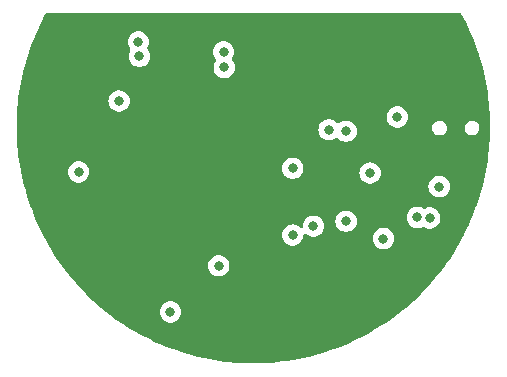
<source format=gbr>
%TF.GenerationSoftware,KiCad,Pcbnew,7.0.5*%
%TF.CreationDate,2025-01-26T16:56:51+00:00*%
%TF.ProjectId,smartwatch,736d6172-7477-4617-9463-682e6b696361,rev?*%
%TF.SameCoordinates,Original*%
%TF.FileFunction,Copper,L3,Inr*%
%TF.FilePolarity,Positive*%
%FSLAX46Y46*%
G04 Gerber Fmt 4.6, Leading zero omitted, Abs format (unit mm)*
G04 Created by KiCad (PCBNEW 7.0.5) date 2025-01-26 16:56:51*
%MOMM*%
%LPD*%
G01*
G04 APERTURE LIST*
%TA.AperFunction,ViaPad*%
%ADD10C,0.800000*%
%TD*%
G04 APERTURE END LIST*
D10*
%TO.N,IO0*%
X53370000Y-50480000D03*
%TO.N,DC_GND*%
X50927500Y-45990000D03*
X44782500Y-52460000D03*
X60430000Y-53565000D03*
X50205000Y-55440000D03*
X30750000Y-48350000D03*
X30000000Y-36620000D03*
X44950000Y-45350000D03*
X32930000Y-48387500D03*
X37900000Y-54400000D03*
X59700000Y-46000000D03*
X62750000Y-35300000D03*
X53350000Y-33950000D03*
X27850000Y-48350000D03*
X44695000Y-58420000D03*
X35870000Y-33970000D03*
X63500000Y-45390000D03*
X35850000Y-51700000D03*
X43120000Y-41765000D03*
%TO.N,BAT_VDD*%
X38500000Y-58150000D03*
X42587500Y-54250000D03*
%TO.N,3V3*%
X56520000Y-51945000D03*
X61250000Y-47550000D03*
X30730000Y-46300000D03*
X35776405Y-35303268D03*
X48852500Y-45990000D03*
%TO.N,EN*%
X35870000Y-36510000D03*
%TO.N,RX*%
X43050000Y-37450000D03*
%TO.N,TX*%
X43000000Y-36150000D03*
%TO.N,SCR_MISO*%
X51929704Y-42724746D03*
X57700000Y-41650000D03*
%TO.N,SCR_DC*%
X55400000Y-46400000D03*
X53370000Y-42860000D03*
%TO.N,BAT_MEASURE*%
X34150000Y-40300000D03*
%TO.N,TOUCH_RST*%
X48850000Y-51650000D03*
X59400000Y-50150000D03*
%TO.N,TOUCH_IRQ*%
X50600000Y-50900000D03*
X60450000Y-50200000D03*
%TD*%
%TA.AperFunction,Conductor*%
%TO.N,DC_GND*%
G36*
X63091349Y-32870189D02*
G01*
X63134427Y-32917419D01*
X63505625Y-33632629D01*
X63506830Y-33635081D01*
X63877451Y-34433337D01*
X63878547Y-34435840D01*
X64177513Y-35161895D01*
X64214573Y-35252201D01*
X64215529Y-35254681D01*
X64450453Y-35905229D01*
X64466701Y-35950456D01*
X64515764Y-36087031D01*
X64516600Y-36089523D01*
X64707010Y-36699703D01*
X64707050Y-36699968D01*
X64707089Y-36699957D01*
X64779679Y-36934332D01*
X64780395Y-36936831D01*
X64935278Y-37522779D01*
X65005828Y-37792530D01*
X65006427Y-37795030D01*
X65130310Y-38364095D01*
X65130270Y-38364103D01*
X65130392Y-38364469D01*
X65193747Y-38659875D01*
X65194229Y-38662370D01*
X65290091Y-39219856D01*
X65343075Y-39534679D01*
X65343441Y-39537164D01*
X65413051Y-40085707D01*
X65453519Y-40415233D01*
X65453772Y-40417703D01*
X65498300Y-40958445D01*
X65524865Y-41299844D01*
X65525007Y-41302293D01*
X65545354Y-41836177D01*
X65556967Y-42186679D01*
X65557000Y-42189102D01*
X65553850Y-42716749D01*
X65549770Y-43074092D01*
X65549697Y-43076485D01*
X65523594Y-43597748D01*
X65503284Y-43960335D01*
X65503107Y-43962693D01*
X65454529Y-44477412D01*
X65417604Y-44843605D01*
X65417326Y-44845924D01*
X65346687Y-45353949D01*
X65292902Y-45722197D01*
X65292526Y-45724472D01*
X65200220Y-46225396D01*
X65129410Y-46594437D01*
X65128940Y-46596665D01*
X65015339Y-47090085D01*
X64927470Y-47458539D01*
X64926909Y-47460716D01*
X64792407Y-47946032D01*
X64687465Y-48312848D01*
X64686817Y-48314969D01*
X64531811Y-48791611D01*
X64409859Y-49155725D01*
X64409127Y-49157787D01*
X64234068Y-49625018D01*
X64095217Y-49985439D01*
X64094406Y-49987440D01*
X63899685Y-50444749D01*
X63744148Y-50800406D01*
X63743261Y-50802343D01*
X63529294Y-51249149D01*
X63357341Y-51599024D01*
X63356383Y-51600893D01*
X63123699Y-52036421D01*
X62935552Y-52379732D01*
X62934526Y-52381532D01*
X62683591Y-52805192D01*
X62479605Y-53141005D01*
X62478516Y-53142732D01*
X62209868Y-53553846D01*
X61990439Y-53881278D01*
X61989292Y-53882931D01*
X61703414Y-54280952D01*
X61468950Y-54599203D01*
X61467749Y-54600781D01*
X61165259Y-54985006D01*
X60916174Y-55293350D01*
X60914922Y-55294850D01*
X60596456Y-55664613D01*
X60333245Y-55962292D01*
X60331948Y-55963714D01*
X59998120Y-56318436D01*
X59721253Y-56604784D01*
X59719916Y-56606126D01*
X59371372Y-56945231D01*
X59081397Y-57219568D01*
X59080023Y-57220829D01*
X58717423Y-57543764D01*
X58415030Y-57805344D01*
X58413624Y-57806524D01*
X58037583Y-58112824D01*
X57723358Y-58361063D01*
X57721924Y-58362162D01*
X57333180Y-58651284D01*
X57007781Y-58885599D01*
X57006324Y-58886617D01*
X56605623Y-59158063D01*
X56269637Y-59377969D01*
X56268161Y-59378906D01*
X55856377Y-59632138D01*
X55510459Y-59837150D01*
X55508968Y-59838006D01*
X55086766Y-60072665D01*
X54731735Y-60262247D01*
X54730234Y-60263022D01*
X54298427Y-60478696D01*
X53934914Y-60652470D01*
X53933407Y-60653166D01*
X53492820Y-60849475D01*
X53121634Y-61007018D01*
X53120125Y-61007635D01*
X52671614Y-61184229D01*
X52293465Y-61325207D01*
X52291958Y-61325747D01*
X51836389Y-61482314D01*
X51451954Y-61606440D01*
X51450453Y-61606904D01*
X50988741Y-61743159D01*
X50598955Y-61850103D01*
X50597463Y-61850492D01*
X50130270Y-61966259D01*
X49735977Y-62055772D01*
X49734498Y-62056089D01*
X49263389Y-62151016D01*
X49262163Y-62151250D01*
X48864786Y-62223027D01*
X48863323Y-62223273D01*
X48388599Y-62297339D01*
X48387334Y-62297523D01*
X47986985Y-62351559D01*
X47985541Y-62351737D01*
X47508122Y-62404807D01*
X47506821Y-62404938D01*
X47104441Y-62441096D01*
X47103020Y-62441207D01*
X46623784Y-62473193D01*
X46622449Y-62473268D01*
X46218722Y-62491482D01*
X46217327Y-62491530D01*
X45737275Y-62502371D01*
X45735909Y-62502387D01*
X45331719Y-62502607D01*
X45330353Y-62502593D01*
X44850271Y-62492277D01*
X44848878Y-62492232D01*
X44826623Y-62491252D01*
X44445158Y-62474460D01*
X44443823Y-62474386D01*
X43964548Y-62442925D01*
X43963127Y-62442815D01*
X43560681Y-62407094D01*
X43559380Y-62406964D01*
X43081907Y-62354415D01*
X43080464Y-62354239D01*
X42680095Y-62300648D01*
X42678830Y-62300465D01*
X42203991Y-62226912D01*
X42202527Y-62226667D01*
X41805101Y-62155330D01*
X41803875Y-62155097D01*
X41332621Y-62060677D01*
X41331141Y-62060362D01*
X40936764Y-61971283D01*
X40469476Y-61856036D01*
X40467983Y-61855648D01*
X40078068Y-61749127D01*
X39616132Y-61613353D01*
X39614630Y-61612891D01*
X39230171Y-61489222D01*
X38774402Y-61333141D01*
X38772894Y-61332603D01*
X38394548Y-61192023D01*
X37945847Y-61015921D01*
X37944387Y-61015326D01*
X37572973Y-60858164D01*
X37132212Y-60662355D01*
X37130704Y-60661661D01*
X36766947Y-60488257D01*
X36409080Y-60310005D01*
X36334981Y-60273096D01*
X36333501Y-60272333D01*
X35978164Y-60083087D01*
X35555732Y-59848902D01*
X35554241Y-59848049D01*
X35208124Y-59643431D01*
X34796064Y-59390650D01*
X34794587Y-59389716D01*
X34458290Y-59170129D01*
X34057339Y-58899154D01*
X34055969Y-58898199D01*
X33919607Y-58800233D01*
X33730177Y-58664140D01*
X33341194Y-58375501D01*
X33339759Y-58374404D01*
X33055066Y-58150000D01*
X37594540Y-58150000D01*
X37614326Y-58338256D01*
X37614327Y-58338259D01*
X37672818Y-58518277D01*
X37672821Y-58518284D01*
X37767467Y-58682216D01*
X37873730Y-58800233D01*
X37894129Y-58822888D01*
X38047265Y-58934148D01*
X38047270Y-58934151D01*
X38220192Y-59011142D01*
X38220197Y-59011144D01*
X38405354Y-59050500D01*
X38405355Y-59050500D01*
X38594644Y-59050500D01*
X38594646Y-59050500D01*
X38779803Y-59011144D01*
X38952730Y-58934151D01*
X39105871Y-58822888D01*
X39232533Y-58682216D01*
X39327179Y-58518284D01*
X39385674Y-58338256D01*
X39405460Y-58150000D01*
X39385674Y-57961744D01*
X39327179Y-57781716D01*
X39232533Y-57617784D01*
X39105871Y-57477112D01*
X39105870Y-57477111D01*
X38952734Y-57365851D01*
X38952729Y-57365848D01*
X38779807Y-57288857D01*
X38779802Y-57288855D01*
X38634000Y-57257865D01*
X38594646Y-57249500D01*
X38405354Y-57249500D01*
X38372897Y-57256398D01*
X38220197Y-57288855D01*
X38220192Y-57288857D01*
X38047270Y-57365848D01*
X38047265Y-57365851D01*
X37894129Y-57477111D01*
X37767466Y-57617785D01*
X37672821Y-57781715D01*
X37672818Y-57781722D01*
X37660184Y-57820607D01*
X37614326Y-57961744D01*
X37594540Y-58150000D01*
X33055066Y-58150000D01*
X33025273Y-58126516D01*
X32648871Y-57820607D01*
X32647464Y-57819428D01*
X32344787Y-57558181D01*
X31981823Y-57235631D01*
X31980447Y-57234371D01*
X31690202Y-56960379D01*
X31541718Y-56816233D01*
X31341215Y-56621586D01*
X31339960Y-56620330D01*
X31062822Y-56334327D01*
X30728498Y-55979856D01*
X30727229Y-55978467D01*
X30714155Y-55963714D01*
X30463739Y-55681130D01*
X30144810Y-55311645D01*
X30143581Y-55310175D01*
X29920105Y-55034151D01*
X29894138Y-55002078D01*
X29720656Y-54782216D01*
X29591234Y-54618193D01*
X29590072Y-54616670D01*
X29355224Y-54298626D01*
X29320218Y-54250000D01*
X41682040Y-54250000D01*
X41701826Y-54438256D01*
X41701827Y-54438259D01*
X41760318Y-54618277D01*
X41760321Y-54618284D01*
X41854967Y-54782216D01*
X41932261Y-54868059D01*
X41981629Y-54922888D01*
X42134765Y-55034148D01*
X42134770Y-55034151D01*
X42307692Y-55111142D01*
X42307697Y-55111144D01*
X42492854Y-55150500D01*
X42492855Y-55150500D01*
X42682144Y-55150500D01*
X42682146Y-55150500D01*
X42867303Y-55111144D01*
X43040230Y-55034151D01*
X43193371Y-54922888D01*
X43320033Y-54782216D01*
X43414679Y-54618284D01*
X43473174Y-54438256D01*
X43492960Y-54250000D01*
X43473174Y-54061744D01*
X43414679Y-53881716D01*
X43320033Y-53717784D01*
X43193371Y-53577112D01*
X43186323Y-53571991D01*
X43040234Y-53465851D01*
X43040229Y-53465848D01*
X42867307Y-53388857D01*
X42867302Y-53388855D01*
X42721501Y-53357865D01*
X42682146Y-53349500D01*
X42492854Y-53349500D01*
X42460397Y-53356398D01*
X42307697Y-53388855D01*
X42307692Y-53388857D01*
X42134770Y-53465848D01*
X42134765Y-53465851D01*
X41981629Y-53577111D01*
X41854966Y-53717785D01*
X41760321Y-53881715D01*
X41760318Y-53881722D01*
X41701827Y-54061740D01*
X41701826Y-54061744D01*
X41682040Y-54250000D01*
X29320218Y-54250000D01*
X29068942Y-53900960D01*
X29067792Y-53899308D01*
X28847944Y-53572025D01*
X28578849Y-53161207D01*
X28577814Y-53159569D01*
X28373440Y-52823947D01*
X28122042Y-52400561D01*
X28121047Y-52398822D01*
X27932489Y-52055653D01*
X27715196Y-51650000D01*
X47944540Y-51650000D01*
X47964326Y-51838256D01*
X47964327Y-51838259D01*
X48022818Y-52018277D01*
X48022821Y-52018284D01*
X48117467Y-52182216D01*
X48239725Y-52317997D01*
X48244129Y-52322888D01*
X48397265Y-52434148D01*
X48397270Y-52434151D01*
X48570192Y-52511142D01*
X48570197Y-52511144D01*
X48755354Y-52550500D01*
X48755355Y-52550500D01*
X48944644Y-52550500D01*
X48944646Y-52550500D01*
X49129803Y-52511144D01*
X49302730Y-52434151D01*
X49455871Y-52322888D01*
X49582533Y-52182216D01*
X49677179Y-52018284D01*
X49700991Y-51945000D01*
X55614540Y-51945000D01*
X55634326Y-52133256D01*
X55634327Y-52133259D01*
X55692818Y-52313277D01*
X55692821Y-52313284D01*
X55787467Y-52477216D01*
X55914128Y-52617888D01*
X55914129Y-52617888D01*
X56067265Y-52729148D01*
X56067270Y-52729151D01*
X56240192Y-52806142D01*
X56240197Y-52806144D01*
X56425354Y-52845500D01*
X56425355Y-52845500D01*
X56614644Y-52845500D01*
X56614646Y-52845500D01*
X56799803Y-52806144D01*
X56972730Y-52729151D01*
X57125871Y-52617888D01*
X57252533Y-52477216D01*
X57347179Y-52313284D01*
X57405674Y-52133256D01*
X57425460Y-51945000D01*
X57405674Y-51756744D01*
X57347179Y-51576716D01*
X57252533Y-51412784D01*
X57125871Y-51272112D01*
X57121066Y-51268621D01*
X56972734Y-51160851D01*
X56972729Y-51160848D01*
X56799807Y-51083857D01*
X56799802Y-51083855D01*
X56642874Y-51050500D01*
X56614646Y-51044500D01*
X56425354Y-51044500D01*
X56397126Y-51050500D01*
X56240197Y-51083855D01*
X56240192Y-51083857D01*
X56067270Y-51160848D01*
X56067265Y-51160851D01*
X55914129Y-51272111D01*
X55787466Y-51412785D01*
X55692821Y-51576715D01*
X55692818Y-51576722D01*
X55634327Y-51756740D01*
X55634326Y-51756744D01*
X55614540Y-51945000D01*
X49700991Y-51945000D01*
X49735674Y-51838256D01*
X49755460Y-51650000D01*
X49754634Y-51642142D01*
X49767201Y-51573413D01*
X49814931Y-51522388D01*
X49882671Y-51505268D01*
X49948913Y-51527488D01*
X49970103Y-51546205D01*
X49994128Y-51572887D01*
X49994129Y-51572888D01*
X50147265Y-51684148D01*
X50147270Y-51684151D01*
X50320192Y-51761142D01*
X50320197Y-51761144D01*
X50505354Y-51800500D01*
X50505355Y-51800500D01*
X50694644Y-51800500D01*
X50694646Y-51800500D01*
X50879803Y-51761144D01*
X51052730Y-51684151D01*
X51205871Y-51572888D01*
X51332533Y-51432216D01*
X51427179Y-51268284D01*
X51485674Y-51088256D01*
X51505460Y-50900000D01*
X51485674Y-50711744D01*
X51427179Y-50531716D01*
X51397321Y-50480000D01*
X52464540Y-50480000D01*
X52484326Y-50668256D01*
X52484327Y-50668259D01*
X52542818Y-50848277D01*
X52542821Y-50848284D01*
X52637467Y-51012216D01*
X52732521Y-51117784D01*
X52764129Y-51152888D01*
X52917265Y-51264148D01*
X52917270Y-51264151D01*
X53090192Y-51341142D01*
X53090197Y-51341144D01*
X53275354Y-51380500D01*
X53275355Y-51380500D01*
X53464644Y-51380500D01*
X53464646Y-51380500D01*
X53649803Y-51341144D01*
X53822730Y-51264151D01*
X53975871Y-51152888D01*
X54102533Y-51012216D01*
X54197179Y-50848284D01*
X54255674Y-50668256D01*
X54275460Y-50480000D01*
X54255674Y-50291744D01*
X54209618Y-50150000D01*
X58494540Y-50150000D01*
X58514326Y-50338256D01*
X58514327Y-50338259D01*
X58572818Y-50518277D01*
X58572821Y-50518284D01*
X58667467Y-50682216D01*
X58763487Y-50788857D01*
X58794129Y-50822888D01*
X58947265Y-50934148D01*
X58947270Y-50934151D01*
X59120192Y-51011142D01*
X59120197Y-51011144D01*
X59305354Y-51050500D01*
X59305355Y-51050500D01*
X59494644Y-51050500D01*
X59494646Y-51050500D01*
X59679803Y-51011144D01*
X59834276Y-50942367D01*
X59903527Y-50933082D01*
X59957599Y-50955328D01*
X59997271Y-50984152D01*
X60170192Y-51061142D01*
X60170197Y-51061144D01*
X60355354Y-51100500D01*
X60355355Y-51100500D01*
X60544644Y-51100500D01*
X60544646Y-51100500D01*
X60729803Y-51061144D01*
X60902730Y-50984151D01*
X61055871Y-50872888D01*
X61182533Y-50732216D01*
X61277179Y-50568284D01*
X61335674Y-50388256D01*
X61355460Y-50200000D01*
X61335674Y-50011744D01*
X61277179Y-49831716D01*
X61182533Y-49667784D01*
X61055871Y-49527112D01*
X61055870Y-49527111D01*
X60902734Y-49415851D01*
X60902729Y-49415848D01*
X60729807Y-49338857D01*
X60729802Y-49338855D01*
X60584001Y-49307865D01*
X60544646Y-49299500D01*
X60355354Y-49299500D01*
X60322897Y-49306398D01*
X60170197Y-49338855D01*
X60170192Y-49338857D01*
X60015722Y-49407633D01*
X59946472Y-49416918D01*
X59892401Y-49394671D01*
X59852730Y-49365849D01*
X59852729Y-49365848D01*
X59679807Y-49288857D01*
X59679802Y-49288855D01*
X59534001Y-49257865D01*
X59494646Y-49249500D01*
X59305354Y-49249500D01*
X59272897Y-49256398D01*
X59120197Y-49288855D01*
X59120192Y-49288857D01*
X58947270Y-49365848D01*
X58947265Y-49365851D01*
X58794129Y-49477111D01*
X58667466Y-49617785D01*
X58572821Y-49781715D01*
X58572818Y-49781722D01*
X58514327Y-49961740D01*
X58514326Y-49961744D01*
X58494540Y-50150000D01*
X54209618Y-50150000D01*
X54197179Y-50111716D01*
X54102533Y-49947784D01*
X53975871Y-49807112D01*
X53940925Y-49781722D01*
X53822734Y-49695851D01*
X53822729Y-49695848D01*
X53649807Y-49618857D01*
X53649802Y-49618855D01*
X53504000Y-49587865D01*
X53464646Y-49579500D01*
X53275354Y-49579500D01*
X53242897Y-49586398D01*
X53090197Y-49618855D01*
X53090192Y-49618857D01*
X52917270Y-49695848D01*
X52917265Y-49695851D01*
X52764129Y-49807111D01*
X52637466Y-49947785D01*
X52542821Y-50111715D01*
X52542818Y-50111722D01*
X52505326Y-50227112D01*
X52484326Y-50291744D01*
X52464540Y-50480000D01*
X51397321Y-50480000D01*
X51332533Y-50367784D01*
X51205871Y-50227112D01*
X51205870Y-50227111D01*
X51052734Y-50115851D01*
X51052729Y-50115848D01*
X50879807Y-50038857D01*
X50879802Y-50038855D01*
X50724078Y-50005756D01*
X50694646Y-49999500D01*
X50505354Y-49999500D01*
X50475922Y-50005756D01*
X50320197Y-50038855D01*
X50320192Y-50038857D01*
X50147270Y-50115848D01*
X50147265Y-50115851D01*
X49994129Y-50227111D01*
X49867466Y-50367785D01*
X49772821Y-50531715D01*
X49772818Y-50531722D01*
X49728456Y-50668256D01*
X49714326Y-50711744D01*
X49698129Y-50865851D01*
X49694540Y-50900002D01*
X49695366Y-50907863D01*
X49682795Y-50976592D01*
X49635061Y-51027615D01*
X49567321Y-51044731D01*
X49501080Y-51022507D01*
X49479896Y-51003794D01*
X49455871Y-50977112D01*
X49455870Y-50977111D01*
X49302734Y-50865851D01*
X49302729Y-50865848D01*
X49129807Y-50788857D01*
X49129802Y-50788855D01*
X48984000Y-50757865D01*
X48944646Y-50749500D01*
X48755354Y-50749500D01*
X48722897Y-50756398D01*
X48570197Y-50788855D01*
X48570192Y-50788857D01*
X48397270Y-50865848D01*
X48397265Y-50865851D01*
X48244129Y-50977111D01*
X48117466Y-51117785D01*
X48022821Y-51281715D01*
X48022818Y-51281722D01*
X47973921Y-51432214D01*
X47964326Y-51461744D01*
X47944540Y-51650000D01*
X27715196Y-51650000D01*
X27699309Y-51620342D01*
X27698403Y-51618580D01*
X27526012Y-51268777D01*
X27311576Y-50822247D01*
X27310700Y-50820340D01*
X27154757Y-50464810D01*
X26959552Y-50007756D01*
X26958739Y-50005756D01*
X26819501Y-49645505D01*
X26733169Y-49415849D01*
X26643900Y-49178381D01*
X26643200Y-49176415D01*
X26520836Y-48812392D01*
X26473873Y-48668519D01*
X26365299Y-48335894D01*
X26364680Y-48333878D01*
X26259311Y-47967088D01*
X26245728Y-47918284D01*
X26143228Y-47550000D01*
X60344540Y-47550000D01*
X60364326Y-47738256D01*
X60364327Y-47738259D01*
X60422818Y-47918277D01*
X60422821Y-47918284D01*
X60517467Y-48082216D01*
X60644128Y-48222888D01*
X60644129Y-48222888D01*
X60797265Y-48334148D01*
X60797270Y-48334151D01*
X60970192Y-48411142D01*
X60970197Y-48411144D01*
X61155354Y-48450500D01*
X61155355Y-48450500D01*
X61344644Y-48450500D01*
X61344646Y-48450500D01*
X61529803Y-48411144D01*
X61702730Y-48334151D01*
X61855871Y-48222888D01*
X61982533Y-48082216D01*
X62077179Y-47918284D01*
X62135674Y-47738256D01*
X62155460Y-47550000D01*
X62135674Y-47361744D01*
X62077179Y-47181716D01*
X61982533Y-47017784D01*
X61855871Y-46877112D01*
X61855870Y-46877111D01*
X61702734Y-46765851D01*
X61702729Y-46765848D01*
X61529807Y-46688857D01*
X61529802Y-46688855D01*
X61384000Y-46657865D01*
X61344646Y-46649500D01*
X61155354Y-46649500D01*
X61122897Y-46656398D01*
X60970197Y-46688855D01*
X60970192Y-46688857D01*
X60797270Y-46765848D01*
X60797265Y-46765851D01*
X60644129Y-46877111D01*
X60517466Y-47017785D01*
X60422821Y-47181715D01*
X60422818Y-47181722D01*
X60364327Y-47361740D01*
X60364326Y-47361744D01*
X60344540Y-47550000D01*
X26143228Y-47550000D01*
X26124268Y-47481875D01*
X26123725Y-47479777D01*
X26035434Y-47111340D01*
X25921295Y-46618055D01*
X25920840Y-46615911D01*
X25859866Y-46300000D01*
X29824540Y-46300000D01*
X29844326Y-46488256D01*
X29844327Y-46488259D01*
X29902818Y-46668277D01*
X29902821Y-46668284D01*
X29997467Y-46832216D01*
X30087506Y-46932214D01*
X30124129Y-46972888D01*
X30277265Y-47084148D01*
X30277270Y-47084151D01*
X30450192Y-47161142D01*
X30450197Y-47161144D01*
X30635354Y-47200500D01*
X30635355Y-47200500D01*
X30824644Y-47200500D01*
X30824646Y-47200500D01*
X31009803Y-47161144D01*
X31182730Y-47084151D01*
X31335871Y-46972888D01*
X31462533Y-46832216D01*
X31557179Y-46668284D01*
X31615674Y-46488256D01*
X31635460Y-46300000D01*
X31615674Y-46111744D01*
X31576117Y-45990000D01*
X47947040Y-45990000D01*
X47966826Y-46178256D01*
X47966827Y-46178259D01*
X48025318Y-46358277D01*
X48025321Y-46358284D01*
X48119967Y-46522216D01*
X48234574Y-46649500D01*
X48246629Y-46662888D01*
X48399765Y-46774148D01*
X48399770Y-46774151D01*
X48572692Y-46851142D01*
X48572697Y-46851144D01*
X48757854Y-46890500D01*
X48757855Y-46890500D01*
X48947144Y-46890500D01*
X48947146Y-46890500D01*
X49132303Y-46851144D01*
X49305230Y-46774151D01*
X49458371Y-46662888D01*
X49585033Y-46522216D01*
X49655594Y-46400000D01*
X54494540Y-46400000D01*
X54514326Y-46588256D01*
X54514327Y-46588259D01*
X54572818Y-46768277D01*
X54572821Y-46768284D01*
X54667467Y-46932216D01*
X54744513Y-47017784D01*
X54794129Y-47072888D01*
X54947265Y-47184148D01*
X54947270Y-47184151D01*
X55120192Y-47261142D01*
X55120197Y-47261144D01*
X55305354Y-47300500D01*
X55305355Y-47300500D01*
X55494644Y-47300500D01*
X55494646Y-47300500D01*
X55679803Y-47261144D01*
X55852730Y-47184151D01*
X56005871Y-47072888D01*
X56132533Y-46932216D01*
X56227179Y-46768284D01*
X56285674Y-46588256D01*
X56305460Y-46400000D01*
X56285674Y-46211744D01*
X56227179Y-46031716D01*
X56132533Y-45867784D01*
X56005871Y-45727112D01*
X56005870Y-45727111D01*
X55852734Y-45615851D01*
X55852729Y-45615848D01*
X55679807Y-45538857D01*
X55679802Y-45538855D01*
X55534001Y-45507865D01*
X55494646Y-45499500D01*
X55305354Y-45499500D01*
X55272897Y-45506398D01*
X55120197Y-45538855D01*
X55120192Y-45538857D01*
X54947270Y-45615848D01*
X54947265Y-45615851D01*
X54794129Y-45727111D01*
X54667466Y-45867785D01*
X54572821Y-46031715D01*
X54572818Y-46031722D01*
X54542935Y-46123694D01*
X54514326Y-46211744D01*
X54494540Y-46400000D01*
X49655594Y-46400000D01*
X49679679Y-46358284D01*
X49738174Y-46178256D01*
X49757960Y-45990000D01*
X49738174Y-45801744D01*
X49679679Y-45621716D01*
X49585033Y-45457784D01*
X49458371Y-45317112D01*
X49458370Y-45317111D01*
X49305234Y-45205851D01*
X49305229Y-45205848D01*
X49132307Y-45128857D01*
X49132302Y-45128855D01*
X48986501Y-45097865D01*
X48947146Y-45089500D01*
X48757854Y-45089500D01*
X48725397Y-45096398D01*
X48572697Y-45128855D01*
X48572692Y-45128857D01*
X48399770Y-45205848D01*
X48399765Y-45205851D01*
X48246629Y-45317111D01*
X48119966Y-45457785D01*
X48025321Y-45621715D01*
X48025318Y-45621722D01*
X47977860Y-45767784D01*
X47966826Y-45801744D01*
X47947040Y-45990000D01*
X31576117Y-45990000D01*
X31557179Y-45931716D01*
X31462533Y-45767784D01*
X31335871Y-45627112D01*
X31335870Y-45627111D01*
X31182734Y-45515851D01*
X31182729Y-45515848D01*
X31009807Y-45438857D01*
X31009802Y-45438855D01*
X30864001Y-45407865D01*
X30824646Y-45399500D01*
X30635354Y-45399500D01*
X30602897Y-45406398D01*
X30450197Y-45438855D01*
X30450192Y-45438857D01*
X30277270Y-45515848D01*
X30277265Y-45515851D01*
X30124129Y-45627111D01*
X29997466Y-45767785D01*
X29902821Y-45931715D01*
X29902818Y-45931722D01*
X29844327Y-46111740D01*
X29844326Y-46111744D01*
X29824540Y-46300000D01*
X25859866Y-46300000D01*
X25849633Y-46246983D01*
X25756764Y-45746071D01*
X25756401Y-45743891D01*
X25702204Y-45375643D01*
X25630992Y-44867580D01*
X25630729Y-44865402D01*
X25593397Y-44499171D01*
X25591319Y-44477412D01*
X25544257Y-43984508D01*
X25544082Y-43982213D01*
X25523368Y-43619524D01*
X25496697Y-43098323D01*
X25496626Y-43096070D01*
X25492152Y-42738512D01*
X25492055Y-42724746D01*
X51024244Y-42724746D01*
X51044030Y-42913002D01*
X51044031Y-42913005D01*
X51102522Y-43093023D01*
X51102525Y-43093030D01*
X51197171Y-43256962D01*
X51259843Y-43326566D01*
X51323833Y-43397634D01*
X51476969Y-43508894D01*
X51476974Y-43508897D01*
X51649896Y-43585888D01*
X51649901Y-43585890D01*
X51835058Y-43625246D01*
X51835059Y-43625246D01*
X52024348Y-43625246D01*
X52024350Y-43625246D01*
X52209507Y-43585890D01*
X52382434Y-43508897D01*
X52509797Y-43416362D01*
X52575599Y-43392884D01*
X52643653Y-43408709D01*
X52674827Y-43433708D01*
X52709661Y-43472395D01*
X52764129Y-43532888D01*
X52917265Y-43644148D01*
X52917270Y-43644151D01*
X53090192Y-43721142D01*
X53090197Y-43721144D01*
X53275354Y-43760500D01*
X53275355Y-43760500D01*
X53464644Y-43760500D01*
X53464646Y-43760500D01*
X53649803Y-43721144D01*
X53822730Y-43644151D01*
X53975871Y-43532888D01*
X54102533Y-43392216D01*
X54197179Y-43228284D01*
X54255674Y-43048256D01*
X54275460Y-42860000D01*
X54255674Y-42671744D01*
X54197179Y-42491716D01*
X54102533Y-42327784D01*
X53975871Y-42187112D01*
X53975275Y-42186679D01*
X53822734Y-42075851D01*
X53822729Y-42075848D01*
X53649807Y-41998857D01*
X53649802Y-41998855D01*
X53488169Y-41964500D01*
X53464646Y-41959500D01*
X53275354Y-41959500D01*
X53251831Y-41964500D01*
X53090197Y-41998855D01*
X53090192Y-41998857D01*
X52917271Y-42075848D01*
X52789909Y-42168381D01*
X52724102Y-42191860D01*
X52656048Y-42176034D01*
X52624874Y-42151034D01*
X52535574Y-42051857D01*
X52382438Y-41940597D01*
X52382433Y-41940594D01*
X52209511Y-41863603D01*
X52209506Y-41863601D01*
X52063705Y-41832611D01*
X52024350Y-41824246D01*
X51835058Y-41824246D01*
X51802601Y-41831144D01*
X51649901Y-41863601D01*
X51649896Y-41863603D01*
X51476974Y-41940594D01*
X51476969Y-41940597D01*
X51323833Y-42051857D01*
X51197170Y-42192531D01*
X51102525Y-42356461D01*
X51102522Y-42356468D01*
X51058578Y-42491715D01*
X51044030Y-42536490D01*
X51042558Y-42550500D01*
X51025990Y-42708138D01*
X51024244Y-42724746D01*
X25492055Y-42724746D01*
X25488427Y-42211007D01*
X25488456Y-42208645D01*
X25499683Y-41858182D01*
X25507389Y-41650000D01*
X56794540Y-41650000D01*
X56814326Y-41838256D01*
X56814327Y-41838259D01*
X56872818Y-42018277D01*
X56872821Y-42018284D01*
X56967467Y-42182216D01*
X57035865Y-42258179D01*
X57094129Y-42322888D01*
X57247265Y-42434148D01*
X57247270Y-42434151D01*
X57420192Y-42511142D01*
X57420197Y-42511144D01*
X57605354Y-42550500D01*
X57605355Y-42550500D01*
X57794644Y-42550500D01*
X57794646Y-42550500D01*
X57795046Y-42550415D01*
X60645773Y-42550415D01*
X60655696Y-42708137D01*
X60655696Y-42708140D01*
X60680614Y-42784828D01*
X60704533Y-42858441D01*
X60789214Y-42991877D01*
X60904418Y-43100062D01*
X60904420Y-43100063D01*
X60904422Y-43100065D01*
X60981578Y-43142481D01*
X61042908Y-43176197D01*
X61195981Y-43215500D01*
X61195984Y-43215500D01*
X61314348Y-43215500D01*
X61314350Y-43215500D01*
X61314355Y-43215499D01*
X61314359Y-43215499D01*
X61327088Y-43213890D01*
X61431792Y-43200664D01*
X61578732Y-43142486D01*
X61642618Y-43096070D01*
X61706583Y-43049597D01*
X61706584Y-43049596D01*
X61706583Y-43049596D01*
X61706587Y-43049594D01*
X61807324Y-42927823D01*
X61874614Y-42784826D01*
X61904227Y-42629588D01*
X61899246Y-42550415D01*
X63395773Y-42550415D01*
X63405696Y-42708137D01*
X63405696Y-42708140D01*
X63430614Y-42784828D01*
X63454533Y-42858441D01*
X63539214Y-42991877D01*
X63654418Y-43100062D01*
X63654420Y-43100063D01*
X63654422Y-43100065D01*
X63731578Y-43142481D01*
X63792908Y-43176197D01*
X63945981Y-43215500D01*
X63945984Y-43215500D01*
X64064348Y-43215500D01*
X64064350Y-43215500D01*
X64064355Y-43215499D01*
X64064359Y-43215499D01*
X64077088Y-43213890D01*
X64181792Y-43200664D01*
X64328732Y-43142486D01*
X64392618Y-43096070D01*
X64456583Y-43049597D01*
X64456584Y-43049596D01*
X64456583Y-43049596D01*
X64456587Y-43049594D01*
X64557324Y-42927823D01*
X64624614Y-42784826D01*
X64654227Y-42629588D01*
X64644304Y-42471862D01*
X64595467Y-42321559D01*
X64510786Y-42188123D01*
X64395582Y-42079938D01*
X64395579Y-42079936D01*
X64395577Y-42079934D01*
X64257095Y-42003804D01*
X64257087Y-42003801D01*
X64104021Y-41964500D01*
X64104019Y-41964500D01*
X63985650Y-41964500D01*
X63985640Y-41964500D01*
X63868208Y-41979336D01*
X63868206Y-41979336D01*
X63721269Y-42037513D01*
X63721260Y-42037518D01*
X63593416Y-42130402D01*
X63593415Y-42130403D01*
X63492674Y-42252178D01*
X63425387Y-42395171D01*
X63425385Y-42395174D01*
X63410757Y-42471862D01*
X63395773Y-42550412D01*
X63395773Y-42550414D01*
X63395773Y-42550415D01*
X61899246Y-42550415D01*
X61894304Y-42471862D01*
X61845467Y-42321559D01*
X61760786Y-42188123D01*
X61645582Y-42079938D01*
X61645579Y-42079936D01*
X61645577Y-42079934D01*
X61507095Y-42003804D01*
X61507087Y-42003801D01*
X61354021Y-41964500D01*
X61354019Y-41964500D01*
X61235650Y-41964500D01*
X61235640Y-41964500D01*
X61118208Y-41979336D01*
X61118206Y-41979336D01*
X60971269Y-42037513D01*
X60971260Y-42037518D01*
X60843416Y-42130402D01*
X60843415Y-42130403D01*
X60742674Y-42252178D01*
X60675387Y-42395171D01*
X60675385Y-42395174D01*
X60660757Y-42471862D01*
X60645773Y-42550412D01*
X60645773Y-42550414D01*
X60645773Y-42550415D01*
X57795046Y-42550415D01*
X57979803Y-42511144D01*
X58152730Y-42434151D01*
X58305871Y-42322888D01*
X58432533Y-42182216D01*
X58527179Y-42018284D01*
X58585674Y-41838256D01*
X58605460Y-41650000D01*
X58585674Y-41461744D01*
X58527179Y-41281716D01*
X58432533Y-41117784D01*
X58305871Y-40977112D01*
X58305870Y-40977111D01*
X58152734Y-40865851D01*
X58152729Y-40865848D01*
X57979807Y-40788857D01*
X57979802Y-40788855D01*
X57834000Y-40757865D01*
X57794646Y-40749500D01*
X57605354Y-40749500D01*
X57572897Y-40756398D01*
X57420197Y-40788855D01*
X57420192Y-40788857D01*
X57247270Y-40865848D01*
X57247265Y-40865851D01*
X57094129Y-40977111D01*
X56967466Y-41117785D01*
X56872821Y-41281715D01*
X56872818Y-41281722D01*
X56814327Y-41461740D01*
X56814326Y-41461744D01*
X56794540Y-41650000D01*
X25507389Y-41650000D01*
X25519455Y-41324060D01*
X25519583Y-41321807D01*
X25545789Y-40980216D01*
X25589718Y-40439513D01*
X25589968Y-40437043D01*
X25606646Y-40300000D01*
X33244540Y-40300000D01*
X33264326Y-40488256D01*
X33264327Y-40488259D01*
X33322818Y-40668277D01*
X33322821Y-40668284D01*
X33417467Y-40832216D01*
X33544129Y-40972888D01*
X33697265Y-41084148D01*
X33697270Y-41084151D01*
X33870192Y-41161142D01*
X33870197Y-41161144D01*
X34055354Y-41200500D01*
X34055355Y-41200500D01*
X34244644Y-41200500D01*
X34244646Y-41200500D01*
X34429803Y-41161144D01*
X34602730Y-41084151D01*
X34755871Y-40972888D01*
X34882533Y-40832216D01*
X34977179Y-40668284D01*
X35035674Y-40488256D01*
X35055460Y-40300000D01*
X35035674Y-40111744D01*
X34977179Y-39931716D01*
X34882533Y-39767784D01*
X34755871Y-39627112D01*
X34755870Y-39627111D01*
X34602734Y-39515851D01*
X34602729Y-39515848D01*
X34429807Y-39438857D01*
X34429802Y-39438855D01*
X34284000Y-39407865D01*
X34244646Y-39399500D01*
X34055354Y-39399500D01*
X34022897Y-39406398D01*
X33870197Y-39438855D01*
X33870192Y-39438857D01*
X33697270Y-39515848D01*
X33697265Y-39515851D01*
X33544129Y-39627111D01*
X33417466Y-39767785D01*
X33322821Y-39931715D01*
X33322818Y-39931722D01*
X33272786Y-40085707D01*
X33264326Y-40111744D01*
X33244540Y-40300000D01*
X25606646Y-40300000D01*
X25606646Y-40299999D01*
X25630101Y-40107261D01*
X25699095Y-39558764D01*
X25699434Y-39556449D01*
X25752063Y-39241628D01*
X25847345Y-38683862D01*
X25847819Y-38681394D01*
X25910839Y-38385978D01*
X26034207Y-37816284D01*
X26034773Y-37813911D01*
X26105176Y-37543519D01*
X26150539Y-37371142D01*
X26259287Y-36957894D01*
X26259999Y-36955404D01*
X26266500Y-36934332D01*
X26332285Y-36721100D01*
X26522191Y-36110191D01*
X26522973Y-36107852D01*
X26587777Y-35926838D01*
X26587924Y-35926428D01*
X26587978Y-35926447D01*
X26587991Y-35926241D01*
X26812189Y-35303268D01*
X34870945Y-35303268D01*
X34890731Y-35491524D01*
X34890732Y-35491527D01*
X34949223Y-35671545D01*
X34949226Y-35671552D01*
X35043872Y-35835484D01*
X35083879Y-35879916D01*
X35090676Y-35887465D01*
X35120906Y-35950456D01*
X35112281Y-36019792D01*
X35105913Y-36032437D01*
X35042821Y-36141715D01*
X35042818Y-36141722D01*
X34984327Y-36321740D01*
X34984326Y-36321744D01*
X34964540Y-36510000D01*
X34984326Y-36698256D01*
X34984327Y-36698259D01*
X35042818Y-36878277D01*
X35042821Y-36878284D01*
X35137467Y-37042216D01*
X35264129Y-37182888D01*
X35417265Y-37294148D01*
X35417270Y-37294151D01*
X35590192Y-37371142D01*
X35590197Y-37371144D01*
X35775354Y-37410500D01*
X35775355Y-37410500D01*
X35964644Y-37410500D01*
X35964646Y-37410500D01*
X36149803Y-37371144D01*
X36322730Y-37294151D01*
X36475871Y-37182888D01*
X36602533Y-37042216D01*
X36697179Y-36878284D01*
X36755674Y-36698256D01*
X36775460Y-36510000D01*
X36755674Y-36321744D01*
X36699871Y-36150000D01*
X42094540Y-36150000D01*
X42114326Y-36338256D01*
X42114327Y-36338259D01*
X42172818Y-36518277D01*
X42172821Y-36518284D01*
X42267466Y-36682215D01*
X42323811Y-36744793D01*
X42354041Y-36807785D01*
X42345415Y-36877120D01*
X42323815Y-36910732D01*
X42317472Y-36917776D01*
X42317464Y-36917787D01*
X42222821Y-37081715D01*
X42222818Y-37081722D01*
X42164327Y-37261740D01*
X42164326Y-37261744D01*
X42144540Y-37450000D01*
X42164326Y-37638256D01*
X42164327Y-37638259D01*
X42222818Y-37818277D01*
X42222821Y-37818284D01*
X42317467Y-37982216D01*
X42444128Y-38122888D01*
X42444129Y-38122888D01*
X42597265Y-38234148D01*
X42597270Y-38234151D01*
X42770192Y-38311142D01*
X42770197Y-38311144D01*
X42955354Y-38350500D01*
X42955355Y-38350500D01*
X43144644Y-38350500D01*
X43144646Y-38350500D01*
X43329803Y-38311144D01*
X43502730Y-38234151D01*
X43655871Y-38122888D01*
X43782533Y-37982216D01*
X43877179Y-37818284D01*
X43935674Y-37638256D01*
X43955460Y-37450000D01*
X43935674Y-37261744D01*
X43877179Y-37081716D01*
X43792087Y-36934332D01*
X43782535Y-36917787D01*
X43782534Y-36917786D01*
X43782533Y-36917784D01*
X43726185Y-36855204D01*
X43695957Y-36792215D01*
X43704582Y-36722880D01*
X43726191Y-36689258D01*
X43732533Y-36682216D01*
X43827179Y-36518284D01*
X43885674Y-36338256D01*
X43905460Y-36150000D01*
X43885674Y-35961744D01*
X43827179Y-35781716D01*
X43732533Y-35617784D01*
X43605871Y-35477112D01*
X43605870Y-35477111D01*
X43452734Y-35365851D01*
X43452729Y-35365848D01*
X43279807Y-35288857D01*
X43279802Y-35288855D01*
X43107353Y-35252201D01*
X43094646Y-35249500D01*
X42905354Y-35249500D01*
X42892647Y-35252201D01*
X42720197Y-35288855D01*
X42720192Y-35288857D01*
X42547270Y-35365848D01*
X42547265Y-35365851D01*
X42394129Y-35477111D01*
X42267466Y-35617785D01*
X42172821Y-35781715D01*
X42172818Y-35781722D01*
X42115345Y-35958607D01*
X42114326Y-35961744D01*
X42094540Y-36150000D01*
X36699871Y-36150000D01*
X36697179Y-36141716D01*
X36602533Y-35977784D01*
X36556292Y-35926428D01*
X36555729Y-35925803D01*
X36525499Y-35862812D01*
X36534124Y-35793476D01*
X36540492Y-35780831D01*
X36548103Y-35767647D01*
X36603584Y-35671552D01*
X36662079Y-35491524D01*
X36681865Y-35303268D01*
X36662079Y-35115012D01*
X36603584Y-34934984D01*
X36508938Y-34771052D01*
X36382276Y-34630380D01*
X36382275Y-34630379D01*
X36229139Y-34519119D01*
X36229134Y-34519116D01*
X36056212Y-34442125D01*
X36056207Y-34442123D01*
X35910405Y-34411133D01*
X35871051Y-34402768D01*
X35681759Y-34402768D01*
X35649302Y-34409666D01*
X35496602Y-34442123D01*
X35496597Y-34442125D01*
X35323675Y-34519116D01*
X35323670Y-34519119D01*
X35170534Y-34630379D01*
X35043871Y-34771053D01*
X34949226Y-34934983D01*
X34949223Y-34934990D01*
X34890732Y-35115008D01*
X34890731Y-35115012D01*
X34870945Y-35303268D01*
X26812189Y-35303268D01*
X26822352Y-35275027D01*
X26823251Y-35272686D01*
X26859778Y-35183399D01*
X26860023Y-35182802D01*
X26860114Y-35182690D01*
X26860076Y-35182675D01*
X27158409Y-34455901D01*
X27159502Y-34453397D01*
X27529273Y-33654686D01*
X27530426Y-33652333D01*
X27900863Y-32936677D01*
X27949161Y-32886191D01*
X28010913Y-32869680D01*
X63024299Y-32850541D01*
X63091349Y-32870189D01*
G37*
%TD.AperFunction*%
%TD*%
M02*

</source>
